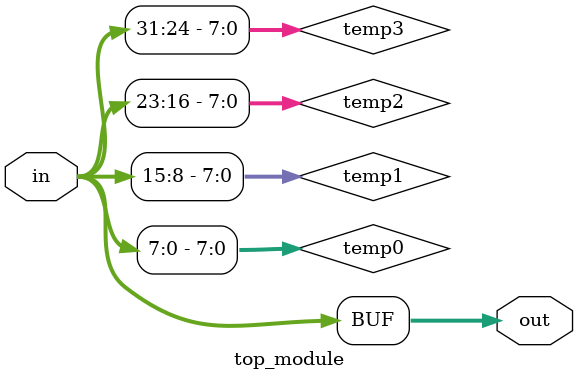
<source format=sv>
module top_module (
  input [31:0] in,
  output reg [31:0] out
);

  reg [7:0] temp0;
  reg [7:0] temp1;
  reg [7:0] temp2;
  reg [7:0] temp3;
  
  always @(in)
  begin
    temp0 = in[7:0];
    temp1 = in[15:8];
    temp2 = in[23:16];
    temp3 = in[31:24];
  end

  always @(temp0, temp1, temp2, temp3)
  begin
    out = {temp3, temp2, temp1, temp0};
  end
endmodule

</source>
